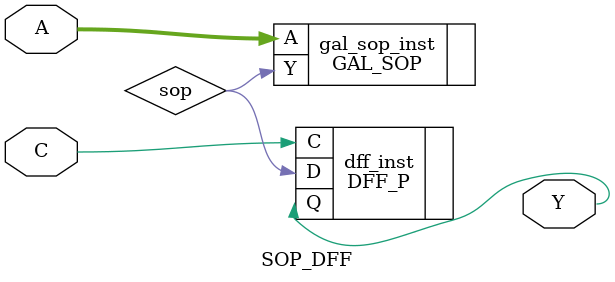
<source format=v>
module SOP_DFF (C, A, Y);

parameter WIDTH = 4;
parameter DEPTH = 0;
parameter TABLE = 0;

input C;
input [3:0] A;
output Y;

wire sop;

GAL_SOP #(
	.WIDTH(WIDTH),
	.DEPTH(DEPTH),
	.TABLE(TABLE))
gal_sop_inst (
	.A(A),
	.Y(sop)
);

DFF_P dff_inst(.C(C), .D(sop), .Q(Y));

endmodule

</source>
